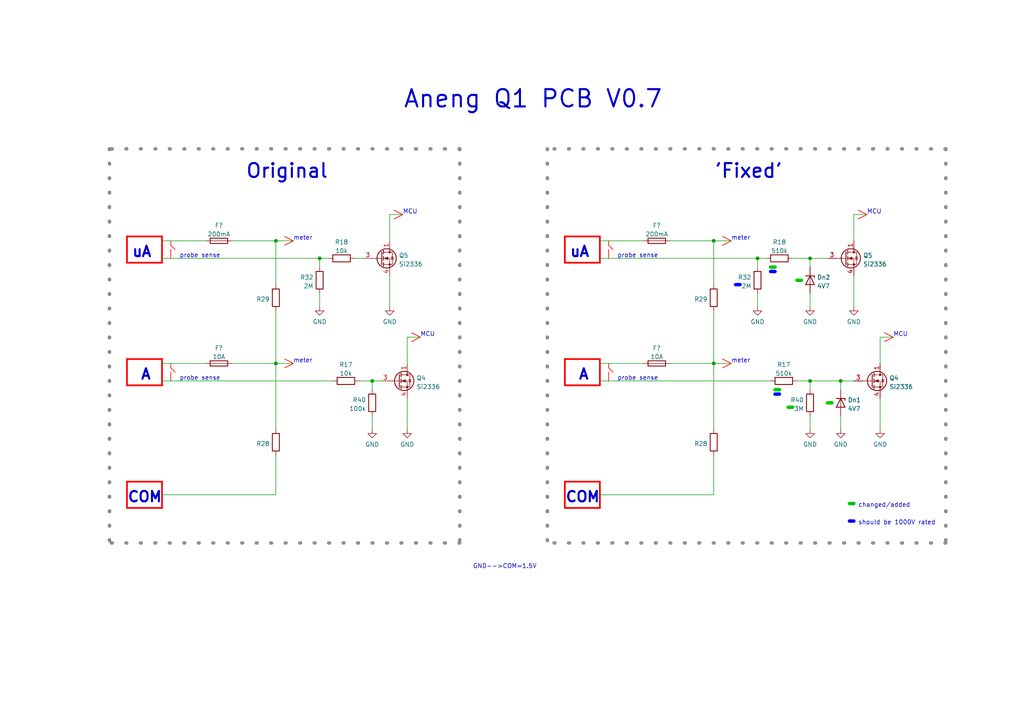
<source format=kicad_sch>
(kicad_sch (version 20211123) (generator eeschema)
  (paper "A4")
  (lib_symbols
    (symbol "Device:D_Zener" (pin_numbers hide) (pin_names (offset 1.016) hide)
      (property "Reference" "D" (at 0 2.54 0))
      (property "Value" "D_Zener" (at 0 -2.54 0))
      (symbol "D_Zener_0_1"
        (polyline (pts (xy 1.27 0) (xy -1.27 0)))
        (polyline (pts (xy -1.27 -1.27) (xy -1.27 1.27) (xy -0.762 1.27)) (stroke (width 0.254)))
        (polyline (pts (xy 1.27 -1.27) (xy 1.27 1.27) (xy -1.27 0) (xy 1.27 -1.27)) (stroke (width 0.254)))
      )
      (symbol "D_Zener_1_1"
        (pin passive line (at -3.81 0 0) (length 2.54) (name "K") (number "1"))
        (pin passive line (at 3.81 0 180) (length 2.54) (name "A") (number "2"))
      )
    )
    (symbol "Device:Fuse" (pin_numbers hide) (pin_names (offset 0))
      (property "Reference" "F" (at 2.032 0 90))
      (property "Value" "Fuse" (at -1.905 0 90))
      (symbol "Fuse_0_1"
        (rectangle (start -0.762 -2.54) (end 0.762 2.54) (stroke (width 0.254)))
        (polyline (pts (xy 0 2.54) (xy 0 -2.54)))
      )
      (symbol "Fuse_1_1"
        (pin passive line (at 0 3.81 270) (length 1.27) (name "~") (number "1"))
        (pin passive line (at 0 -3.81 90) (length 1.27) (name "~") (number "2"))
      )
    )
    (symbol "Device:R" (pin_numbers hide) (pin_names (offset 0))
      (property "Reference" "R" (at 2.032 0 90))
      (property "Value" "R" (at 0 0 90))
      (symbol "R_0_1"
        (rectangle (start -1.016 -2.54) (end 1.016 2.54) (stroke (width 0.254)))
      )
      (symbol "R_1_1"
        (pin passive line (at 0 3.81 270) (length 1.27) (name "~") (number "1"))
        (pin passive line (at 0 -3.81 90) (length 1.27) (name "~") (number "2"))
      )
    )
    (symbol "Transistor_FET:Si3456DDV" (pin_names hide)
      (property "Reference" "Q" (at 5.08 1.905 0))
      (property "Value" "Si3456DDV" (at 5.08 0 0))
      (symbol "Si3456DDV_0_1"
        (polyline (pts (xy 0.254 0) (xy -2.54 0)))
        (polyline (pts (xy 0.254 1.905) (xy 0.254 -1.905)) (stroke (width 0.254)))
        (polyline (pts (xy 0.762 -1.27) (xy 0.762 -2.286)) (stroke (width 0.254)))
        (polyline (pts (xy 0.762 0.508) (xy 0.762 -0.508)) (stroke (width 0.254)))
        (polyline (pts (xy 0.762 2.286) (xy 0.762 1.27)) (stroke (width 0.254)))
        (polyline (pts (xy 2.54 2.54) (xy 2.54 1.778)))
        (polyline (pts (xy 2.921 0.381) (xy 3.683 0.381)))
        (polyline (pts (xy 2.54 -2.54) (xy 2.54 0) (xy 0.762 0)))
        (polyline (pts (xy 0.762 -1.778) (xy 3.302 -1.778) (xy 3.302 1.778) (xy 0.762 1.778)))
        (polyline (pts (xy 1.016 0) (xy 2.032 0.381) (xy 2.032 -0.381) (xy 1.016 0)) (fill (type outline)))
        (polyline (pts (xy 3.302 0.381) (xy 2.921 -0.254) (xy 3.683 -0.254) (xy 3.302 0.381)))
        (circle (center 1.651 0) (radius 2.794) (stroke (width 0.254)))
        (circle (center 2.54 -1.778) (radius 0.254) (fill (type outline)))
        (circle (center 2.54 1.778) (radius 0.254) (fill (type outline)))
      )
      (symbol "Si3456DDV_1_1"
        (pin passive line (at 2.54 5.08 270) (length 2.54) (name "D") (number "1"))
        (pin passive line (at 2.54 5.08 270) (length 2.54) hide (name "D") (number "2"))
        (pin input line (at -5.08 0 0) (length 2.54) (name "G") (number "3"))
        (pin passive line (at 2.54 -5.08 90) (length 2.54) (name "S") (number "4"))
        (pin passive line (at 2.54 5.08 270) (length 2.54) hide (name "D") (number "5"))
        (pin passive line (at 2.54 5.08 270) (length 2.54) hide (name "D") (number "6"))
      )
    )
    (symbol "power:GND" (power) (pin_names (offset 0))
      (property "Value" "GND" (at 0 -3.81 0))
      (symbol "GND_0_1"
        (polyline (pts (xy 0 0) (xy 0 -1.27) (xy 1.27 -1.27) (xy 0 -2.54) (xy -1.27 -1.27) (xy 0 -1.27)))
      )
      (symbol "GND_1_1"
        (pin power_in line (at 0 0 270) (length 0) hide (name "GND") (number "1"))
      )
    )
  )
  (junction (at 234.95 74.93))
  (junction (at 107.95 110.49))
  (junction (at 219.71 74.93))
  (junction (at 207.01 105.41))
  (junction (at 80.01 69.85))
  (junction (at 234.95 110.49))
  (junction (at 243.84 110.49))
  (junction (at 92.71 74.93))
  (junction (at 80.01 105.41))
  (junction (at 207.01 69.85))
  (wire (pts (xy 207.01 69.85) (xy 212.09 69.85)))
  (polyline (pts (xy 49.53 71.12) (xy 50.8 72.39)) (stroke (width 0.2) (type solid) (color 255 0 0 1)))
  (polyline (pts (xy 176.53 107.95) (xy 176.53 110.49)) (stroke (width 0.2) (type solid) (color 255 0 0 1)))
  (wire (pts (xy 243.84 110.49) (xy 243.84 113.03)))
  (polyline (pts (xy 133.35 43.18) (xy 133.35 157.48)) (stroke (width 1) (type dot) (color 132 132 132 1)))
  (wire (pts (xy 231.14 110.49) (xy 234.95 110.49)))
  (polyline (pts (xy 274.32 157.48) (xy 158.75 157.48)) (stroke (width 1) (type dot) (color 132 132 132 1)))
  (polyline (pts (xy 163.83 139.7) (xy 163.83 147.32)) (stroke (width 0.5) (type solid) (color 255 0 0 1)))
  (polyline (pts (xy 224.79 78.74) (xy 223.52 78.74)) (stroke (width 1) (type solid) (color 0 0 255 1)))
  (wire (pts (xy 255.27 97.79) (xy 259.08 97.79)))
  (wire (pts (xy 80.01 69.85) (xy 80.01 82.55)))
  (wire (pts (xy 118.11 115.57) (xy 118.11 124.46)))
  (polyline (pts (xy 116.84 62.23) (xy 114.3 63.5)) (stroke (width 0.2) (type solid) (color 255 0 0 1)))
  (wire (pts (xy 107.95 120.65) (xy 107.95 124.46)))
  (wire (pts (xy 92.71 74.93) (xy 95.25 74.93)))
  (polyline (pts (xy 46.99 147.32) (xy 46.99 139.7)) (stroke (width 0.5) (type solid) (color 255 0 0 1)))
  (wire (pts (xy 243.84 120.65) (xy 243.84 124.46)))
  (polyline (pts (xy 173.99 147.32) (xy 173.99 139.7)) (stroke (width 0.5) (type solid) (color 255 0 0 1)))
  (polyline (pts (xy 247.65 151.13) (xy 246.38 151.13)) (stroke (width 1) (type solid) (color 0 0 255 1)))
  (polyline (pts (xy 226.06 113.03) (xy 224.79 113.03)) (stroke (width 1) (type solid) (color 0 194 0 1)))
  (wire (pts (xy 46.99 69.85) (xy 59.69 69.85)))
  (polyline (pts (xy 82.55 68.58) (xy 85.09 69.85)) (stroke (width 0.2) (type solid) (color 255 0 0 1)))
  (polyline (pts (xy 85.09 69.85) (xy 82.55 71.12)) (stroke (width 0.2) (type solid) (color 255 0 0 1)))
  (wire (pts (xy 92.71 85.09) (xy 92.71 88.9)))
  (wire (pts (xy 243.84 110.49) (xy 247.65 110.49)))
  (polyline (pts (xy 163.83 68.58) (xy 163.83 76.2)) (stroke (width 0.5) (type solid) (color 255 0 0 1)))
  (wire (pts (xy 46.99 143.51) (xy 80.01 143.51)))
  (wire (pts (xy 173.99 143.51) (xy 207.01 143.51)))
  (polyline (pts (xy 46.99 76.2) (xy 46.99 68.58)) (stroke (width 0.5) (type solid) (color 255 0 0 1)))
  (wire (pts (xy 247.65 69.85) (xy 247.65 62.23)))
  (wire (pts (xy 234.95 74.93) (xy 234.95 77.47)))
  (polyline (pts (xy 212.09 69.85) (xy 209.55 71.12)) (stroke (width 0.2) (type solid) (color 255 0 0 1)))
  (wire (pts (xy 80.01 105.41) (xy 85.09 105.41)))
  (wire (pts (xy 118.11 97.79) (xy 121.92 97.79)))
  (wire (pts (xy 207.01 90.17) (xy 207.01 105.41)))
  (wire (pts (xy 113.03 80.01) (xy 113.03 88.9)))
  (wire (pts (xy 80.01 105.41) (xy 67.31 105.41)))
  (polyline (pts (xy 82.55 104.14) (xy 85.09 105.41)) (stroke (width 0.2) (type solid) (color 255 0 0 1)))
  (polyline (pts (xy 259.08 97.79) (xy 256.54 99.06)) (stroke (width 0.2) (type solid) (color 255 0 0 1)))
  (wire (pts (xy 113.03 62.23) (xy 116.84 62.23)))
  (polyline (pts (xy 36.83 68.58) (xy 46.99 68.58)) (stroke (width 0.5) (type solid) (color 255 0 0 1)))
  (polyline (pts (xy 256.54 96.52) (xy 259.08 97.79)) (stroke (width 0.2) (type solid) (color 255 0 0 1)))
  (polyline (pts (xy 163.83 68.58) (xy 173.99 68.58)) (stroke (width 0.5) (type solid) (color 255 0 0 1)))
  (polyline (pts (xy 36.83 139.7) (xy 46.99 139.7)) (stroke (width 0.5) (type solid) (color 255 0 0 1)))
  (polyline (pts (xy 209.55 68.58) (xy 212.09 69.85)) (stroke (width 0.2) (type solid) (color 255 0 0 1)))
  (polyline (pts (xy 46.99 111.76) (xy 46.99 104.14)) (stroke (width 0.5) (type solid) (color 255 0 0 1)))
  (polyline (pts (xy 36.83 104.14) (xy 36.83 111.76)) (stroke (width 0.5) (type solid) (color 255 0 0 1)))
  (polyline (pts (xy 163.83 139.7) (xy 173.99 139.7)) (stroke (width 0.5) (type solid) (color 255 0 0 1)))
  (polyline (pts (xy 176.53 69.85) (xy 176.53 71.12)) (stroke (width 0.2) (type solid) (color 255 0 0 1)))
  (polyline (pts (xy 212.09 105.41) (xy 209.55 106.68)) (stroke (width 0.2) (type solid) (color 255 0 0 1)))
  (wire (pts (xy 207.01 105.41) (xy 194.31 105.41)))
  (wire (pts (xy 46.99 74.93) (xy 92.71 74.93)))
  (wire (pts (xy 247.65 62.23) (xy 251.46 62.23)))
  (polyline (pts (xy 173.99 147.32) (xy 163.83 147.32)) (stroke (width 0.5) (type solid) (color 255 0 0 1)))
  (wire (pts (xy 80.01 69.85) (xy 85.09 69.85)))
  (wire (pts (xy 234.95 110.49) (xy 243.84 110.49)))
  (wire (pts (xy 219.71 85.09) (xy 219.71 88.9)))
  (polyline (pts (xy 226.06 114.3) (xy 224.79 114.3)) (stroke (width 1) (type solid) (color 0 0 255 1)))
  (polyline (pts (xy 36.83 139.7) (xy 36.83 147.32)) (stroke (width 0.5) (type solid) (color 255 0 0 1)))
  (wire (pts (xy 240.03 74.93) (xy 234.95 74.93)))
  (polyline (pts (xy 173.99 111.76) (xy 163.83 111.76)) (stroke (width 0.5) (type solid) (color 255 0 0 1)))
  (wire (pts (xy 113.03 69.85) (xy 113.03 62.23)))
  (polyline (pts (xy 274.32 43.18) (xy 158.75 43.18)) (stroke (width 1) (type dot) (color 132 132 132 1)))
  (polyline (pts (xy 114.3 60.96) (xy 116.84 62.23)) (stroke (width 0.2) (type solid) (color 255 0 0 1)))
  (polyline (pts (xy 173.99 111.76) (xy 173.99 104.14)) (stroke (width 0.5) (type solid) (color 255 0 0 1)))
  (polyline (pts (xy 247.65 146.05) (xy 246.38 146.05)) (stroke (width 1) (type solid) (color 0 194 0 1)))
  (polyline (pts (xy 176.53 106.68) (xy 177.8 107.95)) (stroke (width 0.2) (type solid) (color 255 0 0 1)))
  (polyline (pts (xy 85.09 105.41) (xy 82.55 106.68)) (stroke (width 0.2) (type solid) (color 255 0 0 1)))
  (wire (pts (xy 207.01 124.46) (xy 207.01 105.41)))
  (polyline (pts (xy 133.35 43.18) (xy 31.75 43.18)) (stroke (width 1) (type dot) (color 132 132 132 1)))
  (polyline (pts (xy 173.99 76.2) (xy 173.99 68.58)) (stroke (width 0.5) (type solid) (color 255 0 0 1)))
  (polyline (pts (xy 158.75 43.18) (xy 158.75 157.48)) (stroke (width 1) (type dot) (color 132 132 132 1)))
  (polyline (pts (xy 241.3 116.84) (xy 240.03 116.84)) (stroke (width 1) (type solid) (color 0 194 0 1)))
  (wire (pts (xy 255.27 115.57) (xy 255.27 124.46)))
  (wire (pts (xy 46.99 110.49) (xy 96.52 110.49)))
  (wire (pts (xy 207.01 105.41) (xy 212.09 105.41)))
  (wire (pts (xy 80.01 143.51) (xy 80.01 132.08)))
  (polyline (pts (xy 176.53 72.39) (xy 176.53 74.93)) (stroke (width 0.2) (type solid) (color 255 0 0 1)))
  (wire (pts (xy 92.71 74.93) (xy 92.71 77.47)))
  (wire (pts (xy 80.01 90.17) (xy 80.01 105.41)))
  (wire (pts (xy 234.95 120.65) (xy 234.95 124.46)))
  (polyline (pts (xy 176.53 71.12) (xy 177.8 72.39)) (stroke (width 0.2) (type solid) (color 255 0 0 1)))
  (wire (pts (xy 107.95 110.49) (xy 110.49 110.49)))
  (polyline (pts (xy 46.99 147.32) (xy 36.83 147.32)) (stroke (width 0.5) (type solid) (color 255 0 0 1)))
  (wire (pts (xy 219.71 74.93) (xy 219.71 77.47)))
  (polyline (pts (xy 209.55 104.14) (xy 212.09 105.41)) (stroke (width 0.2) (type solid) (color 255 0 0 1)))
  (polyline (pts (xy 274.32 43.18) (xy 274.32 157.48)) (stroke (width 1) (type dot) (color 132 132 132 1)))
  (wire (pts (xy 104.14 110.49) (xy 107.95 110.49)))
  (polyline (pts (xy 214.63 82.55) (xy 213.36 82.55)) (stroke (width 1) (type solid) (color 0 0 255 1)))
  (wire (pts (xy 173.99 105.41) (xy 186.69 105.41)))
  (wire (pts (xy 247.65 80.01) (xy 247.65 88.9)))
  (polyline (pts (xy 36.83 68.58) (xy 36.83 76.2)) (stroke (width 0.5) (type solid) (color 255 0 0 1)))
  (wire (pts (xy 105.41 74.93) (xy 102.87 74.93)))
  (polyline (pts (xy 46.99 111.76) (xy 36.83 111.76)) (stroke (width 0.5) (type solid) (color 255 0 0 1)))
  (polyline (pts (xy 121.92 97.79) (xy 119.38 99.06)) (stroke (width 0.2) (type solid) (color 255 0 0 1)))
  (polyline (pts (xy 119.38 96.52) (xy 121.92 97.79)) (stroke (width 0.2) (type solid) (color 255 0 0 1)))
  (wire (pts (xy 80.01 124.46) (xy 80.01 105.41)))
  (polyline (pts (xy 133.35 157.48) (xy 31.75 157.48)) (stroke (width 1) (type dot) (color 132 132 132 1)))
  (polyline (pts (xy 251.46 62.23) (xy 248.92 63.5)) (stroke (width 0.2) (type solid) (color 255 0 0 1)))
  (polyline (pts (xy 49.53 72.39) (xy 49.53 74.93)) (stroke (width 0.2) (type solid) (color 255 0 0 1)))
  (polyline (pts (xy 163.83 104.14) (xy 163.83 111.76)) (stroke (width 0.5) (type solid) (color 255 0 0 1)))
  (polyline (pts (xy 232.41 81.28) (xy 231.14 81.28)) (stroke (width 1) (type solid) (color 0 194 0 1)))
  (polyline (pts (xy 49.53 106.68) (xy 50.8 107.95)) (stroke (width 0.2) (type solid) (color 255 0 0 1)))
  (polyline (pts (xy 49.53 69.85) (xy 49.53 71.12)) (stroke (width 0.2) (type solid) (color 255 0 0 1)))
  (wire (pts (xy 118.11 105.41) (xy 118.11 97.79)))
  (polyline (pts (xy 36.83 104.14) (xy 46.99 104.14)) (stroke (width 0.5) (type solid) (color 255 0 0 1)))
  (wire (pts (xy 194.31 69.85) (xy 207.01 69.85)))
  (wire (pts (xy 107.95 110.49) (xy 107.95 113.03)))
  (wire (pts (xy 234.95 74.93) (xy 229.87 74.93)))
  (wire (pts (xy 234.95 110.49) (xy 234.95 113.03)))
  (wire (pts (xy 255.27 105.41) (xy 255.27 97.79)))
  (wire (pts (xy 46.99 105.41) (xy 59.69 105.41)))
  (polyline (pts (xy 163.83 104.14) (xy 173.99 104.14)) (stroke (width 0.5) (type solid) (color 255 0 0 1)))
  (polyline (pts (xy 31.75 43.18) (xy 31.75 157.48)) (stroke (width 1) (type dot) (color 132 132 132 1)))
  (polyline (pts (xy 248.92 60.96) (xy 251.46 62.23)) (stroke (width 0.2) (type solid) (color 255 0 0 1)))
  (polyline (pts (xy 173.99 76.2) (xy 163.83 76.2)) (stroke (width 0.5) (type solid) (color 255 0 0 1)))
  (wire (pts (xy 234.95 85.09) (xy 234.95 88.9)))
  (polyline (pts (xy 46.99 76.2) (xy 36.83 76.2)) (stroke (width 0.5) (type solid) (color 255 0 0 1)))
  (polyline (pts (xy 229.87 118.11) (xy 228.6 118.11)) (stroke (width 1) (type solid) (color 0 194 0 1)))
  (wire (pts (xy 173.99 110.49) (xy 223.52 110.49)))
  (polyline (pts (xy 49.53 107.95) (xy 49.53 110.49)) (stroke (width 0.2) (type solid) (color 255 0 0 1)))
  (polyline (pts (xy 49.53 105.41) (xy 49.53 106.68)) (stroke (width 0.2) (type solid) (color 255 0 0 1)))
  (wire (pts (xy 173.99 74.93) (xy 219.71 74.93)))
  (polyline (pts (xy 224.79 77.47) (xy 223.52 77.47)) (stroke (width 1) (type solid) (color 0 194 0 1)))
  (wire (pts (xy 219.71 74.93) (xy 222.25 74.93)))
  (wire (pts (xy 207.01 143.51) (xy 207.01 132.08)))
  (wire (pts (xy 207.01 69.85) (xy 207.01 82.55)))
  (wire (pts (xy 173.99 69.85) (xy 186.69 69.85)))
  (wire (pts (xy 67.31 69.85) (xy 80.01 69.85)))
  (polyline (pts (xy 176.53 105.41) (xy 176.53 106.68)) (stroke (width 0.2) (type solid) (color 255 0 0 1)))
  (text "MCU" (at 116.84 62.23 0) (effects (font (size 1.27 1.27)) (justify left bottom)))
  (text "COM" (at 36.83 146.05 0) (effects (font (size 3 3) (thickness 0.6) bold) (justify left bottom)))
  (text "meter" (at 85.09 69.85 0) (effects (font (size 1.27 1.27)) (justify left bottom)))
  (text "A" (at 167.64 110.49 0) (effects (font (size 3 3) (thickness 0.6) bold) (justify left bottom)))
  (text "probe sense" (at 179.07 74.93 0) (effects (font (size 1.27 1.27)) (justify left bottom)))
  (text "A" (at 40.64 110.49 0) (effects (font (size 3 3) (thickness 0.6) bold) (justify left bottom)))
  (text "COM" (at 163.83 146.05 0) (effects (font (size 3 3) (thickness 0.6) bold) (justify left bottom)))
  (text "uA" (at 38.1 74.93 0) (effects (font (size 3 3) (thickness 0.6) bold) (justify left bottom)))
  (text "meter" (at 212.09 105.41 0) (effects (font (size 1.27 1.27)) (justify left bottom)))
  (text "probe sense" (at 52.07 74.93 0) (effects (font (size 1.27 1.27)) (justify left bottom)))
  (text "probe sense" (at 179.07 110.49 0) (effects (font (size 1.27 1.27)) (justify left bottom)))
  (text "changed/added" (at 248.92 147.32 0) (effects (font (size 1.27 1.27)) (justify left bottom)))
  (text "MCU" (at 121.92 97.79 0) (effects (font (size 1.27 1.27)) (justify left bottom)))
  (text "probe sense" (at 52.07 110.49 0) (effects (font (size 1.27 1.27)) (justify left bottom)))
  (text "meter" (at 85.09 105.41 0) (effects (font (size 1.27 1.27)) (justify left bottom)))
  (text "MCU" (at 259.08 97.79 0) (effects (font (size 1.27 1.27)) (justify left bottom)))
  (text "uA" (at 165.1 74.93 0) (effects (font (size 3 3) (thickness 0.6) bold) (justify left bottom)))
  (text "Aneng Q1 PCB V0.7" (at 116.84 31.75 0) (effects (font (size 5 5) (thickness 0.6) bold) (justify left bottom)))
  (text "Original" (at 71.12 52.07 0) (effects (font (size 4 4) (thickness 0.6) bold) (justify left bottom)))
  (text "'Fixed'" (at 207.01 52.07 0) (effects (font (size 4 4) (thickness 0.6) bold) (justify left bottom)))
  (text "MCU" (at 251.46 62.23 0) (effects (font (size 1.27 1.27)) (justify left bottom)))
  (text "should be 1000V rated" (at 248.92 152.4 0) (effects (font (size 1.27 1.27)) (justify left bottom)))
  (text "meter" (at 212.09 69.85 0) (effects (font (size 1.27 1.27)) (justify left bottom)))
  (text "GND-->COM=1.5V" (at 137.16 165.1 0) (effects (font (size 1.27 1.27)) (justify left bottom)))
  (symbol (lib_id "power:GND") (at 219.71 88.9 0) (unit 1)
    (property "Reference" "#PWR?" (effects hide))
    (property "Value" "GND" (at 219.71 93.3434 0))
  )
  (symbol (lib_id "power:GND") (at 92.71 88.9 0) (unit 1)
    (property "Reference" "#PWR?" (effects hide))
    (property "Value" "GND" (at 92.71 93.3434 0))
  )
  (symbol (lib_id "power:GND") (at 234.95 88.9 0) (unit 1)
    (property "Reference" "#PWR?" (effects hide))
    (property "Value" "GND" (at 234.95 93.3434 0))
  )
  (symbol (lib_id "Device:R") (at 207.01 128.27 0) (mirror x) (unit 1)
    (property "Reference" "R28" (at 205.232 128.7038 0) (effects (justify right)))
    (property "Value" "x" (effects hide))
  )
  (symbol (lib_id "power:GND") (at 247.65 88.9 0) (unit 1)
    (property "Reference" "#PWR?" (effects hide))
    (property "Value" "GND" (at 247.65 93.3434 0))
  )
  (symbol (lib_id "Device:R") (at 219.71 81.28 0) (mirror x) (unit 1)
    (property "Reference" "R32" (at 217.932 80.4453 0) (effects (justify right)))
    (property "Value" "2M" (at 217.932 82.9822 0) (effects (justify right)))
  )
  (symbol (lib_id "Device:R") (at 99.06 74.93 90) (unit 1)
    (property "Reference" "R18" (at 99.06 70.2142 90))
    (property "Value" "10k" (at 99.06 72.7511 90))
  )
  (symbol (lib_id "power:GND") (at 255.27 124.46 0) (unit 1)
    (property "Reference" "#PWR?" (effects hide))
    (property "Value" "GND" (at 255.27 128.9034 0))
  )
  (symbol (lib_id "power:GND") (at 118.11 124.46 0) (unit 1)
    (property "Reference" "#PWR?" (effects hide))
    (property "Value" "GND" (at 118.11 128.9034 0))
  )
  (symbol (lib_id "Device:Fuse") (at 63.5 105.41 90) (unit 1)
    (property "Reference" "F?" (at 63.5 100.9482 90))
    (property "Value" "10A" (at 63.5 103.4851 90))
  )
  (symbol (lib_id "power:GND") (at 113.03 88.9 0) (unit 1)
    (property "Reference" "#PWR?" (effects hide))
    (property "Value" "GND" (at 113.03 93.3434 0))
  )
  (symbol (lib_id "Device:R") (at 207.01 86.36 0) (mirror x) (unit 1)
    (property "Reference" "R29" (at 205.232 86.7938 0) (effects (justify right)))
    (property "Value" "x" (effects hide))
  )
  (symbol (lib_id "Device:R") (at 80.01 128.27 0) (mirror x) (unit 1)
    (property "Reference" "R28" (at 78.232 128.7038 0) (effects (justify right)))
    (property "Value" "x" (effects hide))
  )
  (symbol (lib_id "Device:D_Zener") (at 234.95 81.28 270) (unit 1)
    (property "Reference" "Dn2" (at 236.982 80.4453 90) (effects (justify left)))
    (property "Value" "4V7" (at 236.982 82.9822 90) (effects (justify left)))
  )
  (symbol (lib_id "Device:R") (at 107.95 116.84 0) (mirror x) (unit 1)
    (property "Reference" "R40" (at 106.1721 116.0053 0) (effects (justify right)))
    (property "Value" "100k" (at 106.1721 118.5422 0) (effects (justify right)))
  )
  (symbol (lib_id "Device:R") (at 92.71 81.28 0) (mirror x) (unit 1)
    (property "Reference" "R32" (at 90.932 80.4453 0) (effects (justify right)))
    (property "Value" "2M" (at 90.932 82.9822 0) (effects (justify right)))
  )
  (symbol (lib_id "Transistor_FET:Si3456DDV") (at 245.11 74.93 0) (unit 1)
    (property "Reference" "Q5" (at 250.317 74.0953 0) (effects (justify left)))
    (property "Value" "Si2336" (at 250.317 76.6322 0) (effects (justify left)))
    (property "Footprint" "Package_SO:TSOP-6_1.65x3.05mm_P0.95mm" (effects hide))
    (property "Datasheet" "https://www.vishay.com/docs/69075/si3456ddv.pdf" (effects hide))
  )
  (symbol (lib_id "Device:Fuse") (at 63.5 69.85 90) (unit 1)
    (property "Reference" "F?" (at 63.5 65.3882 90))
    (property "Value" "200mA" (at 63.5 67.9251 90))
  )
  (symbol (lib_id "Device:R") (at 226.06 74.93 90) (unit 1)
    (property "Reference" "R18" (at 226.06 70.2142 90))
    (property "Value" "510k" (at 226.06 72.7511 90))
  )
  (symbol (lib_id "Device:R") (at 234.95 116.84 0) (mirror x) (unit 1)
    (property "Reference" "R40" (at 233.172 116.0053 0) (effects (justify right)))
    (property "Value" "3M" (at 233.172 118.5422 0) (effects (justify right)))
  )
  (symbol (lib_id "Transistor_FET:Si3456DDV") (at 252.73 110.49 0) (unit 1)
    (property "Reference" "Q4" (at 257.937 109.6553 0) (effects (justify left)))
    (property "Value" "Si2336" (at 257.937 112.1922 0) (effects (justify left)))
    (property "Footprint" "Package_SO:TSOP-6_1.65x3.05mm_P0.95mm" (effects hide))
    (property "Datasheet" "https://www.vishay.com/docs/69075/si3456ddv.pdf" (effects hide))
  )
  (symbol (lib_id "power:GND") (at 107.95 124.46 0) (unit 1)
    (property "Reference" "#PWR?" (effects hide))
    (property "Value" "GND" (at 107.95 128.9034 0))
  )
  (symbol (lib_id "Transistor_FET:Si3456DDV") (at 110.49 74.93 0) (unit 1)
    (property "Reference" "Q5" (at 115.697 74.0953 0) (effects (justify left)))
    (property "Value" "Si2336" (at 115.697 76.6322 0) (effects (justify left)))
    (property "Footprint" "Package_SO:TSOP-6_1.65x3.05mm_P0.95mm" (effects hide))
    (property "Datasheet" "https://www.vishay.com/docs/69075/si3456ddv.pdf" (effects hide))
  )
  (symbol (lib_id "power:GND") (at 243.84 124.46 0) (unit 1)
    (property "Reference" "#PWR?" (effects hide))
    (property "Value" "GND" (at 243.84 128.9034 0))
  )
  (symbol (lib_id "Device:R") (at 100.33 110.49 90) (unit 1)
    (property "Reference" "R17" (at 100.33 105.7742 90))
    (property "Value" "10k" (at 100.33 108.3111 90))
  )
  (symbol (lib_id "Device:D_Zener") (at 243.84 116.84 270) (unit 1)
    (property "Reference" "Dn1" (at 245.872 116.0053 90) (effects (justify left)))
    (property "Value" "4V7" (at 245.872 118.5422 90) (effects (justify left)))
  )
  (symbol (lib_id "Transistor_FET:Si3456DDV") (at 115.57 110.49 0) (unit 1)
    (property "Reference" "Q4" (at 120.777 109.6553 0) (effects (justify left)))
    (property "Value" "Si2336" (at 120.777 112.1922 0) (effects (justify left)))
    (property "Footprint" "Package_SO:TSOP-6_1.65x3.05mm_P0.95mm" (effects hide))
    (property "Datasheet" "https://www.vishay.com/docs/69075/si3456ddv.pdf" (effects hide))
  )
  (symbol (lib_id "power:GND") (at 234.95 124.46 0) (unit 1)
    (property "Reference" "#PWR?" (effects hide))
    (property "Value" "GND" (at 234.95 128.9034 0))
  )
  (symbol (lib_id "Device:R") (at 80.01 86.36 0) (mirror x) (unit 1)
    (property "Reference" "R29" (at 78.232 86.7938 0) (effects (justify right)))
    (property "Value" "x" (effects hide))
  )
  (symbol (lib_id "Device:Fuse") (at 190.5 105.41 90) (unit 1)
    (property "Reference" "F?" (at 190.5 100.9482 90))
    (property "Value" "10A" (at 190.5 103.4851 90))
  )
  (symbol (lib_id "Device:Fuse") (at 190.5 69.85 90) (unit 1)
    (property "Reference" "F?" (at 190.5 65.3882 90))
    (property "Value" "200mA" (at 190.5 67.9251 90))
  )
  (symbol (lib_id "Device:R") (at 227.33 110.49 90) (unit 1)
    (property "Reference" "R17" (at 227.33 105.7742 90))
    (property "Value" "510k" (at 227.33 108.3111 90))
  )
)
</source>
